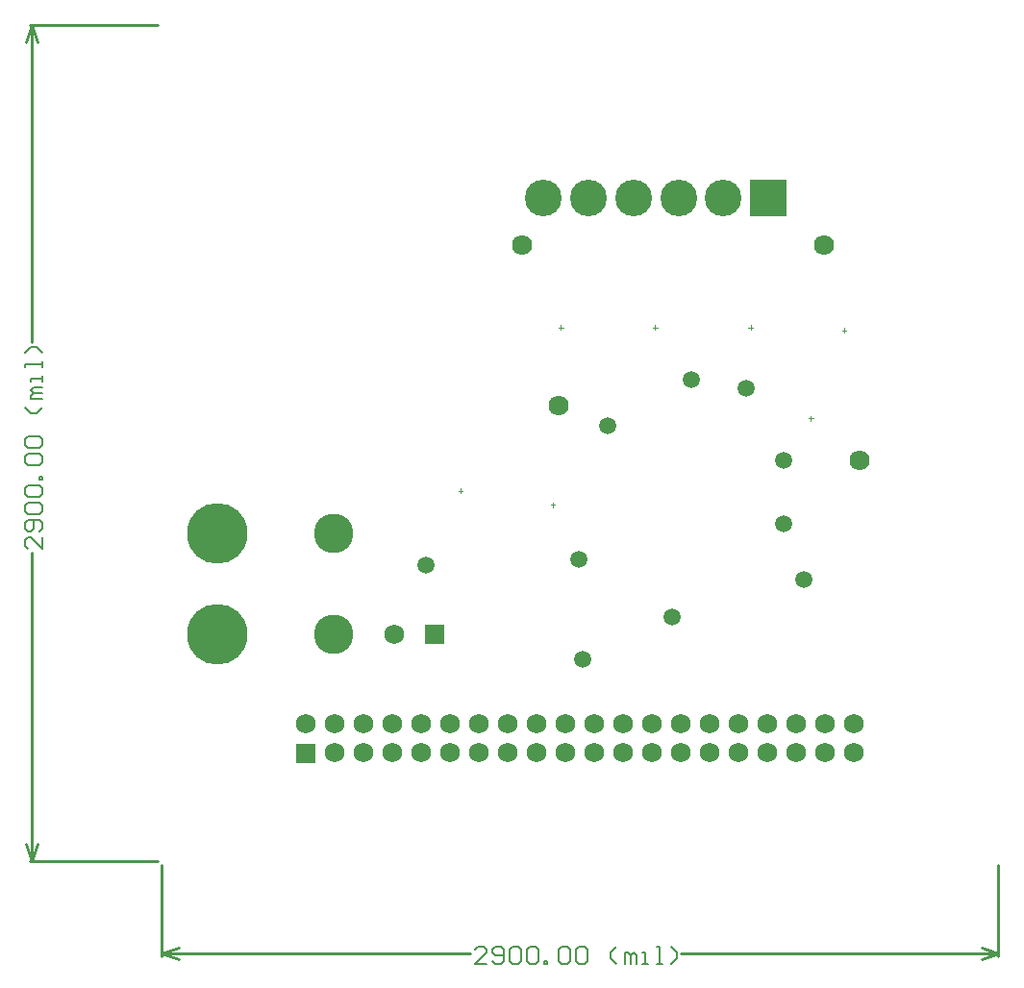
<source format=gbs>
%FSLAX42Y42*%
%MOMM*%
G71*
G01*
G75*
G04 Layer_Color=16711935*
%ADD10R,1.40X1.10*%
%ADD11R,1.10X1.70*%
%ADD12R,1.80X1.30*%
%ADD13R,2.30X2.30*%
%ADD14R,2.10X1.40*%
%ADD15R,3.30X2.40*%
%ADD16R,2.55X1.85*%
%ADD17R,1.35X2.15*%
%ADD18R,1.10X1.40*%
%ADD19O,0.70X2.60*%
%ADD20C,1.27*%
%ADD21C,0.76*%
%ADD22C,1.14*%
%ADD23C,1.02*%
%ADD24C,0.89*%
%ADD25C,0.51*%
%ADD26C,0.64*%
%ADD27C,0.38*%
%ADD28C,0.25*%
%ADD29C,0.10*%
%ADD30C,0.15*%
%ADD31C,1.52*%
%ADD32C,2.97*%
%ADD33R,2.97X2.97*%
%ADD34R,1.50X1.50*%
%ADD35C,1.50*%
%ADD36C,3.23*%
%ADD37C,5.08*%
%ADD38C,1.27*%
%ADD39C,0.20*%
%ADD40C,0.60*%
%ADD41C,0.25*%
%ADD42C,0.13*%
%ADD43C,0.15*%
%ADD44R,1.65X1.35*%
%ADD45R,1.35X1.95*%
%ADD46R,2.05X1.55*%
%ADD47R,2.55X2.55*%
%ADD48R,2.35X1.65*%
%ADD49R,3.55X2.65*%
%ADD50R,2.80X2.10*%
%ADD51R,1.60X2.40*%
%ADD52R,1.35X1.65*%
%ADD53O,0.95X2.85*%
%ADD54C,1.78*%
%ADD55C,3.23*%
%ADD56R,3.23X3.23*%
%ADD57R,1.75X1.75*%
%ADD58C,1.75*%
%ADD59C,3.48*%
%ADD60C,5.33*%
D28*
X4039Y15113D02*
X5169D01*
X4039Y7747D02*
X5169D01*
X4064Y12319D02*
Y15113D01*
Y7747D02*
Y10460D01*
X4013Y14961D02*
X4064Y15113D01*
X4115Y14961D01*
X4064Y7747D02*
X4115Y7899D01*
X4013D02*
X4064Y7747D01*
X12573Y6909D02*
Y7709D01*
X5207Y6909D02*
Y7709D01*
X9779Y6934D02*
X12573D01*
X5207D02*
X7920D01*
X12421Y6985D02*
X12573Y6934D01*
X12421Y6883D02*
X12573Y6934D01*
X5207D02*
X5359Y6883D01*
X5207Y6934D02*
X5359Y6985D01*
D29*
X9530Y12446D02*
X9570D01*
X9550Y12426D02*
Y12466D01*
X11194Y12421D02*
X11234D01*
X11214Y12401D02*
Y12441D01*
X8700Y12446D02*
X8740D01*
X8720Y12426D02*
Y12466D01*
X10369Y12446D02*
X10409D01*
X10389Y12426D02*
Y12466D01*
X7816Y11007D02*
X7856D01*
X7836Y10987D02*
Y11027D01*
X10922Y11626D02*
Y11666D01*
X10902Y11646D02*
X10942D01*
X8649Y10864D02*
Y10904D01*
X8629Y10884D02*
X8669D01*
D30*
X4155Y10602D02*
Y10501D01*
X4054Y10602D01*
X4028D01*
X4003Y10577D01*
Y10526D01*
X4028Y10501D01*
X4130Y10653D02*
X4155Y10678D01*
Y10729D01*
X4130Y10755D01*
X4028D01*
X4003Y10729D01*
Y10678D01*
X4028Y10653D01*
X4054D01*
X4079Y10678D01*
Y10755D01*
X4028Y10805D02*
X4003Y10831D01*
Y10882D01*
X4028Y10907D01*
X4130D01*
X4155Y10882D01*
Y10831D01*
X4130Y10805D01*
X4028D01*
Y10958D02*
X4003Y10983D01*
Y11034D01*
X4028Y11059D01*
X4130D01*
X4155Y11034D01*
Y10983D01*
X4130Y10958D01*
X4028D01*
X4155Y11110D02*
X4130D01*
Y11135D01*
X4155D01*
Y11110D01*
X4028Y11237D02*
X4003Y11262D01*
Y11313D01*
X4028Y11339D01*
X4130D01*
X4155Y11313D01*
Y11262D01*
X4130Y11237D01*
X4028D01*
Y11389D02*
X4003Y11415D01*
Y11466D01*
X4028Y11491D01*
X4130D01*
X4155Y11466D01*
Y11415D01*
X4130Y11389D01*
X4028D01*
X4155Y11745D02*
X4105Y11694D01*
X4054D01*
X4003Y11745D01*
X4155Y11821D02*
X4054D01*
Y11846D01*
X4079Y11872D01*
X4155D01*
X4079D01*
X4054Y11897D01*
X4079Y11923D01*
X4155D01*
Y11973D02*
Y12024D01*
Y11999D01*
X4054D01*
Y11973D01*
X4155Y12100D02*
Y12151D01*
Y12126D01*
X4003D01*
Y12100D01*
X4155Y12227D02*
X4105Y12278D01*
X4054D01*
X4003Y12227D01*
X8062Y6843D02*
X7961D01*
X8062Y6944D01*
Y6970D01*
X8037Y6995D01*
X7986D01*
X7961Y6970D01*
X8113Y6868D02*
X8138Y6843D01*
X8189D01*
X8215Y6868D01*
Y6970D01*
X8189Y6995D01*
X8138D01*
X8113Y6970D01*
Y6944D01*
X8138Y6919D01*
X8215D01*
X8265Y6970D02*
X8291Y6995D01*
X8342D01*
X8367Y6970D01*
Y6868D01*
X8342Y6843D01*
X8291D01*
X8265Y6868D01*
Y6970D01*
X8418D02*
X8443Y6995D01*
X8494D01*
X8519Y6970D01*
Y6868D01*
X8494Y6843D01*
X8443D01*
X8418Y6868D01*
Y6970D01*
X8570Y6843D02*
Y6868D01*
X8595D01*
Y6843D01*
X8570D01*
X8697Y6970D02*
X8722Y6995D01*
X8773D01*
X8799Y6970D01*
Y6868D01*
X8773Y6843D01*
X8722D01*
X8697Y6868D01*
Y6970D01*
X8849D02*
X8875Y6995D01*
X8926D01*
X8951Y6970D01*
Y6868D01*
X8926Y6843D01*
X8875D01*
X8849Y6868D01*
Y6970D01*
X9205Y6843D02*
X9154Y6894D01*
Y6944D01*
X9205Y6995D01*
X9281Y6843D02*
Y6944D01*
X9306D01*
X9332Y6919D01*
Y6843D01*
Y6919D01*
X9357Y6944D01*
X9383Y6919D01*
Y6843D01*
X9433D02*
X9484D01*
X9459D01*
Y6944D01*
X9433D01*
X9560Y6843D02*
X9611D01*
X9586D01*
Y6995D01*
X9560D01*
X9687Y6843D02*
X9738Y6894D01*
Y6944D01*
X9687Y6995D01*
D31*
X10858Y10224D02*
D03*
X8915Y9525D02*
D03*
X7531Y10355D02*
D03*
X9868Y11989D02*
D03*
X9131Y11582D02*
D03*
X10350Y11913D02*
D03*
X10681Y11278D02*
D03*
Y10719D02*
D03*
X8877Y10401D02*
D03*
X9703Y9893D02*
D03*
D54*
X11354Y11278D02*
D03*
X11036Y13170D02*
D03*
X8700Y11760D02*
D03*
X8382Y13170D02*
D03*
D55*
X9754Y13589D02*
D03*
X9358D02*
D03*
X10150D02*
D03*
X8962D02*
D03*
X8566D02*
D03*
D56*
X10546D02*
D03*
D57*
X7604Y9741D02*
D03*
X6477Y8694D02*
D03*
D58*
X7254Y9741D02*
D03*
X11303Y8954D02*
D03*
Y8700D02*
D03*
X11049Y8954D02*
D03*
Y8700D02*
D03*
X10795Y8954D02*
D03*
Y8700D02*
D03*
X10541Y8954D02*
D03*
Y8700D02*
D03*
X10287Y8954D02*
D03*
Y8700D02*
D03*
X10033Y8954D02*
D03*
Y8700D02*
D03*
X9779Y8954D02*
D03*
Y8700D02*
D03*
X9525Y8954D02*
D03*
Y8700D02*
D03*
X9271Y8954D02*
D03*
Y8700D02*
D03*
X9017Y8954D02*
D03*
Y8700D02*
D03*
X8763Y8954D02*
D03*
Y8700D02*
D03*
X8509Y8954D02*
D03*
Y8700D02*
D03*
X8255Y8954D02*
D03*
Y8700D02*
D03*
X8001Y8954D02*
D03*
Y8700D02*
D03*
X7747Y8954D02*
D03*
Y8700D02*
D03*
X7493Y8954D02*
D03*
Y8700D02*
D03*
X7239Y8954D02*
D03*
Y8700D02*
D03*
X6985Y8954D02*
D03*
Y8700D02*
D03*
X6731Y8954D02*
D03*
Y8700D02*
D03*
X6477Y8954D02*
D03*
D59*
X6720Y10631D02*
D03*
Y9741D02*
D03*
D60*
X5690Y10631D02*
D03*
Y9741D02*
D03*
M02*

</source>
